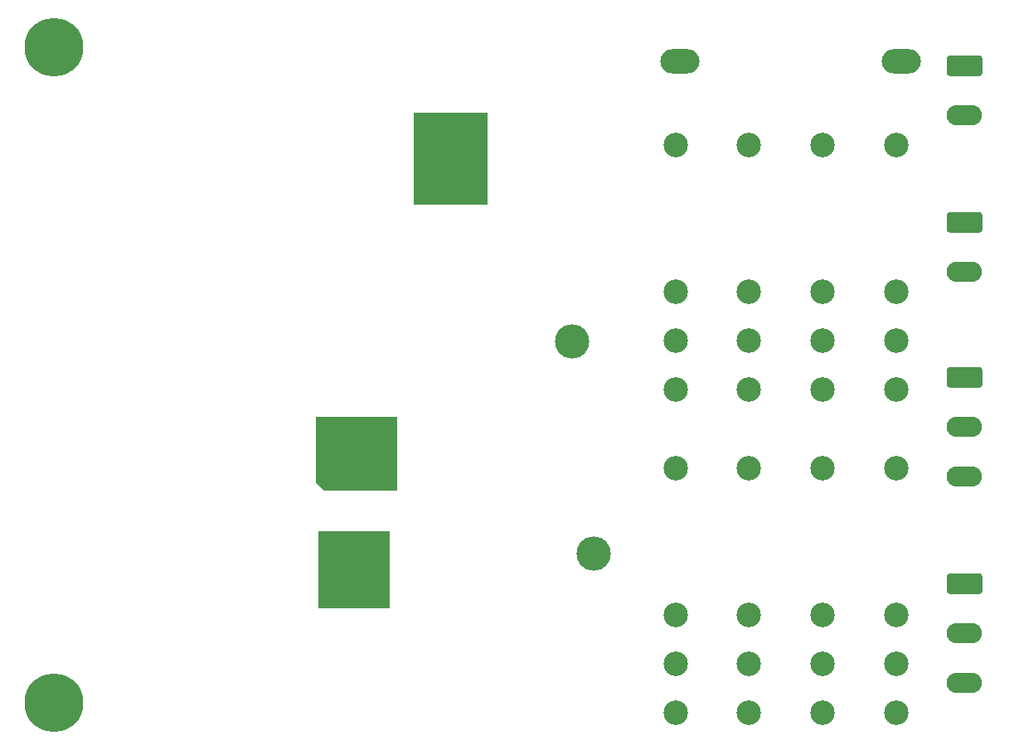
<source format=gbr>
%TF.GenerationSoftware,KiCad,Pcbnew,(5.1.10)-1*%
%TF.CreationDate,2022-06-02T12:59:50+08:00*%
%TF.ProjectId,motor_control,6d6f746f-725f-4636-9f6e-74726f6c2e6b,rev?*%
%TF.SameCoordinates,Original*%
%TF.FileFunction,Soldermask,Bot*%
%TF.FilePolarity,Negative*%
%FSLAX46Y46*%
G04 Gerber Fmt 4.6, Leading zero omitted, Abs format (unit mm)*
G04 Created by KiCad (PCBNEW (5.1.10)-1) date 2022-06-02 12:59:50*
%MOMM*%
%LPD*%
G01*
G04 APERTURE LIST*
%ADD10C,0.100000*%
%ADD11O,3.500000X3.500000*%
%ADD12O,3.600000X2.080000*%
%ADD13C,2.500000*%
%ADD14C,0.800000*%
%ADD15C,6.000000*%
%ADD16O,4.000000X2.500000*%
G04 APERTURE END LIST*
D10*
G36*
X38250000Y13750000D02*
G01*
X31000000Y13750000D01*
X31000000Y21500000D01*
X38250000Y21500000D01*
X38250000Y13750000D01*
G37*
X38250000Y13750000D02*
X31000000Y13750000D01*
X31000000Y21500000D01*
X38250000Y21500000D01*
X38250000Y13750000D01*
G36*
X39000000Y25750000D02*
G01*
X31500000Y25750000D01*
X30750000Y26500000D01*
X30750000Y33250000D01*
X39000000Y33250000D01*
X39000000Y25750000D01*
G37*
X39000000Y25750000D02*
X31500000Y25750000D01*
X30750000Y26500000D01*
X30750000Y33250000D01*
X39000000Y33250000D01*
X39000000Y25750000D01*
G36*
X48250000Y55000000D02*
G01*
X40750000Y55000000D01*
X40750000Y64250000D01*
X48250000Y64250000D01*
X48250000Y55000000D01*
G37*
X48250000Y55000000D02*
X40750000Y55000000D01*
X40750000Y64250000D01*
X48250000Y64250000D01*
X48250000Y55000000D01*
D11*
%TO.C,Q2B1*%
X59160000Y19210000D03*
%TD*%
%TO.C,Q1B1*%
X56910000Y40910000D03*
%TD*%
D12*
%TO.C,J9*%
X97000000Y48000000D03*
G36*
G01*
X95449997Y54120000D02*
X98550003Y54120000D01*
G75*
G02*
X98800000Y53870003I0J-249997D01*
G01*
X98800000Y52289997D01*
G75*
G02*
X98550003Y52040000I-249997J0D01*
G01*
X95449997Y52040000D01*
G75*
G02*
X95200000Y52289997I0J249997D01*
G01*
X95200000Y53870003D01*
G75*
G02*
X95449997Y54120000I249997J0D01*
G01*
G37*
%TD*%
D13*
%TO.C,K4*%
X90000000Y3000000D03*
X90000000Y8000000D03*
X90000000Y13000000D03*
X82500000Y3000000D03*
X82500000Y8000000D03*
X82500000Y13000000D03*
X90000000Y28000000D03*
X82500000Y28000000D03*
%TD*%
%TO.C,K3*%
X75000000Y3000000D03*
X75000000Y8000000D03*
X75000000Y13000000D03*
X67500000Y3000000D03*
X67500000Y8000000D03*
X67500000Y13000000D03*
X75000000Y28000000D03*
X67500000Y28000000D03*
%TD*%
%TO.C,K2*%
X90000000Y36000000D03*
X90000000Y41000000D03*
X90000000Y46000000D03*
X82500000Y36000000D03*
X82500000Y41000000D03*
X82500000Y46000000D03*
X90000000Y61000000D03*
X82500000Y61000000D03*
%TD*%
%TO.C,K1*%
X75000000Y36000000D03*
X75000000Y41000000D03*
X75000000Y46000000D03*
X67500000Y36000000D03*
X67500000Y41000000D03*
X67500000Y46000000D03*
X75000000Y61000000D03*
X67500000Y61000000D03*
%TD*%
D12*
%TO.C,J12*%
X97000000Y64000000D03*
G36*
G01*
X95449997Y70120000D02*
X98550003Y70120000D01*
G75*
G02*
X98800000Y69870003I0J-249997D01*
G01*
X98800000Y68289997D01*
G75*
G02*
X98550003Y68040000I-249997J0D01*
G01*
X95449997Y68040000D01*
G75*
G02*
X95200000Y68289997I0J249997D01*
G01*
X95200000Y69870003D01*
G75*
G02*
X95449997Y70120000I249997J0D01*
G01*
G37*
%TD*%
%TO.C,J11*%
X97000000Y6000000D03*
X97000000Y11080000D03*
G36*
G01*
X95449997Y17200000D02*
X98550003Y17200000D01*
G75*
G02*
X98800000Y16950003I0J-249997D01*
G01*
X98800000Y15369997D01*
G75*
G02*
X98550003Y15120000I-249997J0D01*
G01*
X95449997Y15120000D01*
G75*
G02*
X95200000Y15369997I0J249997D01*
G01*
X95200000Y16950003D01*
G75*
G02*
X95449997Y17200000I249997J0D01*
G01*
G37*
%TD*%
%TO.C,J8*%
X97000000Y27090000D03*
X97000000Y32170000D03*
G36*
G01*
X95449997Y38290000D02*
X98550003Y38290000D01*
G75*
G02*
X98800000Y38040003I0J-249997D01*
G01*
X98800000Y36459997D01*
G75*
G02*
X98550003Y36210000I-249997J0D01*
G01*
X95449997Y36210000D01*
G75*
G02*
X95200000Y36459997I0J249997D01*
G01*
X95200000Y38040003D01*
G75*
G02*
X95449997Y38290000I249997J0D01*
G01*
G37*
%TD*%
D14*
%TO.C,J2*%
X6056810Y5187500D03*
X6056810Y2812500D03*
X4000000Y1625000D03*
X1943190Y2812500D03*
X1943190Y5187500D03*
X4000000Y6375000D03*
D15*
X4000000Y4000000D03*
%TD*%
D14*
%TO.C,J1*%
X6056810Y72187500D03*
X6056810Y69812500D03*
X4000000Y68625000D03*
X1943190Y69812500D03*
X1943190Y72187500D03*
X4000000Y73375000D03*
D15*
X4000000Y71000000D03*
%TD*%
D16*
%TO.C,F1*%
X67900000Y69500000D03*
X90500000Y69500000D03*
%TD*%
M02*

</source>
